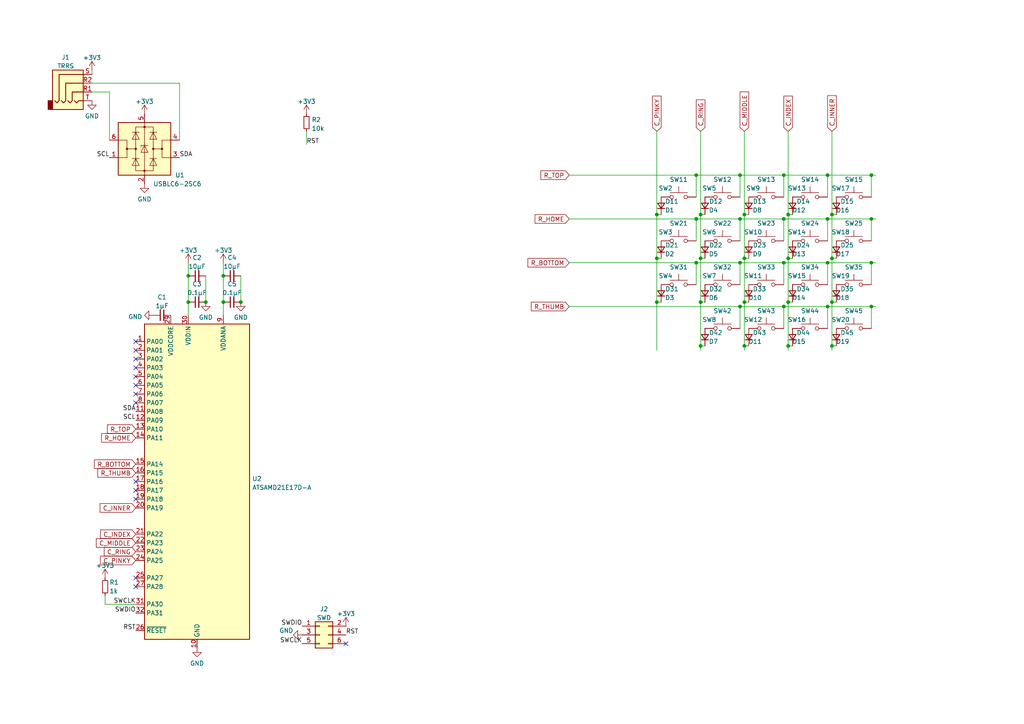
<source format=kicad_sch>
(kicad_sch (version 20211123) (generator eeschema)
  (paper "A4")
  (lib_symbols
    (symbol "Connector:AudioJack4"
      (property "Reference" "J" (at 0 8.89 0))
      (property "Value" "AudioJack4" (at 0 6.35 0))
      (symbol "AudioJack4_0_1"
        (rectangle (start -6.35 -5.08) (end -7.62 -7.62) (stroke (width 0.254)) (fill (type outline)))
        (polyline (pts (xy 0 -5.08) (xy 0.635 -5.715) (xy 1.27 -5.08) (xy 2.54 -5.08)) (stroke (width 0.254)))
        (polyline (pts (xy -5.715 -5.08) (xy -5.08 -5.715) (xy -4.445 -5.08) (xy -4.445 2.54) (xy 2.54 2.54)) (stroke (width 0.254)))
        (polyline (pts (xy -1.905 -5.08) (xy -1.27 -5.715) (xy -0.635 -5.08) (xy -0.635 -2.54) (xy 2.54 -2.54)) (stroke (width 0.254)))
        (polyline (pts (xy 2.54 0) (xy -2.54 0) (xy -2.54 -5.08) (xy -3.175 -5.715) (xy -3.81 -5.08)) (stroke (width 0.254)))
        (rectangle (start 2.54 3.81) (end -6.35 -7.62) (stroke (width 0.254)) (fill (type background)))
      )
      (symbol "AudioJack4_1_1"
        (pin passive line (at 5.08 -2.54 180) (length 2.54) (name "~") (number "R1"))
        (pin passive line (at 5.08 0 180) (length 2.54) (name "~") (number "R2"))
        (pin passive line (at 5.08 2.54 180) (length 2.54) (name "~") (number "S"))
        (pin passive line (at 5.08 -5.08 180) (length 2.54) (name "~") (number "T"))
      )
    )
    (symbol "Connector_Generic:Conn_02x03_Odd_Even" (pin_names (offset 1.016) hide)
      (property "Reference" "J" (at 1.27 5.08 0))
      (property "Value" "Conn_02x03_Odd_Even" (at 1.27 -5.08 0))
      (symbol "Conn_02x03_Odd_Even_1_1"
        (rectangle (start -1.27 -2.413) (end 0 -2.667) (stroke (width 0.1524)))
        (rectangle (start -1.27 0.127) (end 0 -0.127) (stroke (width 0.1524)))
        (rectangle (start -1.27 2.667) (end 0 2.413) (stroke (width 0.1524)))
        (rectangle (start -1.27 3.81) (end 3.81 -3.81) (stroke (width 0.254)) (fill (type background)))
        (rectangle (start 3.81 -2.413) (end 2.54 -2.667) (stroke (width 0.1524)))
        (rectangle (start 3.81 0.127) (end 2.54 -0.127) (stroke (width 0.1524)))
        (rectangle (start 3.81 2.667) (end 2.54 2.413) (stroke (width 0.1524)))
        (pin passive line (at -5.08 2.54 0) (length 3.81) (name "Pin_1") (number "1"))
        (pin passive line (at 7.62 2.54 180) (length 3.81) (name "Pin_2") (number "2"))
        (pin passive line (at -5.08 0 0) (length 3.81) (name "Pin_3") (number "3"))
        (pin passive line (at 7.62 0 180) (length 3.81) (name "Pin_4") (number "4"))
        (pin passive line (at -5.08 -2.54 0) (length 3.81) (name "Pin_5") (number "5"))
        (pin passive line (at 7.62 -2.54 180) (length 3.81) (name "Pin_6") (number "6"))
      )
    )
    (symbol "Device:C_Small" (pin_numbers hide) (pin_names (offset 0.254) hide)
      (property "Reference" "C" (at 0.254 1.778 0))
      (property "Value" "C_Small" (at 0.254 -2.032 0))
      (symbol "C_Small_0_1"
        (polyline (pts (xy -1.524 -0.508) (xy 1.524 -0.508)) (stroke (width 0.3302)))
        (polyline (pts (xy -1.524 0.508) (xy 1.524 0.508)) (stroke (width 0.3048)))
      )
      (symbol "C_Small_1_1"
        (pin passive line (at 0 2.54 270) (length 2.032) (name "~") (number "1"))
        (pin passive line (at 0 -2.54 90) (length 2.032) (name "~") (number "2"))
      )
    )
    (symbol "Device:D_Small" (pin_numbers hide) (pin_names (offset 0.254) hide)
      (property "Reference" "D" (at -1.27 2.032 0))
      (property "Value" "D_Small" (at -3.81 -2.032 0))
      (symbol "D_Small_0_1"
        (polyline (pts (xy -0.762 -1.016) (xy -0.762 1.016)) (stroke (width 0.254)))
        (polyline (pts (xy -0.762 0) (xy 0.762 0)))
        (polyline (pts (xy 0.762 -1.016) (xy -0.762 0) (xy 0.762 1.016) (xy 0.762 -1.016)) (stroke (width 0.254)))
      )
      (symbol "D_Small_1_1"
        (pin passive line (at -2.54 0 0) (length 1.778) (name "K") (number "1"))
        (pin passive line (at 2.54 0 180) (length 1.778) (name "A") (number "2"))
      )
    )
    (symbol "Device:R_Small" (pin_numbers hide) (pin_names (offset 0.254) hide)
      (property "Reference" "R" (at 0.762 0.508 0))
      (property "Value" "R_Small" (at 0.762 -1.016 0))
      (symbol "R_Small_0_1"
        (rectangle (start -0.762 1.778) (end 0.762 -1.778) (stroke (width 0.2032)))
      )
      (symbol "R_Small_1_1"
        (pin passive line (at 0 2.54 270) (length 0.762) (name "~") (number "1"))
        (pin passive line (at 0 -2.54 90) (length 0.762) (name "~") (number "2"))
      )
    )
    (symbol "MCU_Microchip_SAMD:ATSAMD21E17D-A"
      (property "Reference" "U" (at -13.97 46.99 0))
      (property "Value" "ATSAMD21E17D-A" (at 16.51 46.99 0))
      (symbol "ATSAMD21E17D-A_1_1"
        (rectangle (start -15.24 45.72) (end 15.24 -45.72) (stroke (width 0.254)) (fill (type background)))
        (pin bidirectional line (at -17.78 40.64 0) (length 2.54) (name "PA00") (number "1"))
        (pin power_in line (at 0 -48.26 90) (length 2.54) (name "GND") (number "10"))
        (pin bidirectional line (at -17.78 20.32 0) (length 2.54) (name "PA08") (number "11"))
        (pin bidirectional line (at -17.78 17.78 0) (length 2.54) (name "PA09") (number "12"))
        (pin bidirectional line (at -17.78 15.24 0) (length 2.54) (name "PA10") (number "13"))
        (pin bidirectional line (at -17.78 12.7 0) (length 2.54) (name "PA11") (number "14"))
        (pin bidirectional line (at -17.78 5.08 0) (length 2.54) (name "PA14") (number "15"))
        (pin bidirectional line (at -17.78 2.54 0) (length 2.54) (name "PA15") (number "16"))
        (pin bidirectional line (at -17.78 0 0) (length 2.54) (name "PA16") (number "17"))
        (pin bidirectional line (at -17.78 -2.54 0) (length 2.54) (name "PA17") (number "18"))
        (pin bidirectional line (at -17.78 -5.08 0) (length 2.54) (name "PA18") (number "19"))
        (pin bidirectional line (at -17.78 38.1 0) (length 2.54) (name "PA01") (number "2"))
        (pin bidirectional line (at -17.78 -7.62 0) (length 2.54) (name "PA19") (number "20"))
        (pin bidirectional line (at -17.78 -15.24 0) (length 2.54) (name "PA22") (number "21"))
        (pin bidirectional line (at -17.78 -17.78 0) (length 2.54) (name "PA23") (number "22"))
        (pin bidirectional line (at -17.78 -20.32 0) (length 2.54) (name "PA24") (number "23"))
        (pin bidirectional line (at -17.78 -22.86 0) (length 2.54) (name "PA25") (number "24"))
        (pin bidirectional line (at -17.78 -27.94 0) (length 2.54) (name "PA27") (number "25"))
        (pin input line (at -17.78 -43.18 0) (length 2.54) (name "~{RESET}") (number "26"))
        (pin bidirectional line (at -17.78 -30.48 0) (length 2.54) (name "PA28") (number "27"))
        (pin passive line (at 0 -48.26 90) (length 2.54) hide (name "GND") (number "28"))
        (pin power_out line (at -7.62 48.26 270) (length 2.54) (name "VDDCORE") (number "29"))
        (pin bidirectional line (at -17.78 35.56 0) (length 2.54) (name "PA02") (number "3"))
        (pin power_in line (at -2.54 48.26 270) (length 2.54) (name "VDDIN") (number "30"))
        (pin bidirectional line (at -17.78 -35.56 0) (length 2.54) (name "PA30") (number "31"))
        (pin bidirectional line (at -17.78 -38.1 0) (length 2.54) (name "PA31") (number "32"))
        (pin bidirectional line (at -17.78 33.02 0) (length 2.54) (name "PA03") (number "4"))
        (pin bidirectional line (at -17.78 30.48 0) (length 2.54) (name "PA04") (number "5"))
        (pin bidirectional line (at -17.78 27.94 0) (length 2.54) (name "PA05") (number "6"))
        (pin bidirectional line (at -17.78 25.4 0) (length 2.54) (name "PA06") (number "7"))
        (pin bidirectional line (at -17.78 22.86 0) (length 2.54) (name "PA07") (number "8"))
        (pin power_in line (at 7.62 48.26 270) (length 2.54) (name "VDDANA") (number "9"))
      )
    )
    (symbol "Power_Protection:USBLC6-2SC6" (pin_names hide)
      (property "Reference" "U" (at 2.54 8.89 0))
      (property "Value" "USBLC6-2SC6" (at 2.54 -8.89 0))
      (symbol "USBLC6-2SC6_0_1"
        (rectangle (start -7.62 -7.62) (end 7.62 7.62) (stroke (width 0.254)) (fill (type background)))
        (circle (center -5.08 0) (radius 0.254) (fill (type outline)))
        (circle (center -2.54 0) (radius 0.254) (fill (type outline)))
        (rectangle (start -2.54 6.35) (end 2.54 -6.35))
        (circle (center 0 -6.35) (radius 0.254) (fill (type outline)))
        (polyline (pts (xy -5.08 -2.54) (xy -7.62 -2.54)))
        (polyline (pts (xy -5.08 0) (xy -5.08 -2.54)))
        (polyline (pts (xy -5.08 2.54) (xy -7.62 2.54)))
        (polyline (pts (xy -1.524 -2.794) (xy -3.556 -2.794)))
        (polyline (pts (xy -1.524 4.826) (xy -3.556 4.826)))
        (polyline (pts (xy 0 -7.62) (xy 0 -6.35)))
        (polyline (pts (xy 0 -6.35) (xy 0 1.27)))
        (polyline (pts (xy 0 1.27) (xy 0 6.35)))
        (polyline (pts (xy 0 6.35) (xy 0 7.62)))
        (polyline (pts (xy 1.524 -2.794) (xy 3.556 -2.794)))
        (polyline (pts (xy 1.524 4.826) (xy 3.556 4.826)))
        (polyline (pts (xy 5.08 -2.54) (xy 7.62 -2.54)))
        (polyline (pts (xy 5.08 0) (xy 5.08 -2.54)))
        (polyline (pts (xy 5.08 2.54) (xy 7.62 2.54)))
        (polyline (pts (xy -2.54 0) (xy -5.08 0) (xy -5.08 2.54)))
        (polyline (pts (xy 2.54 0) (xy 5.08 0) (xy 5.08 2.54)))
        (polyline (pts (xy -3.556 -4.826) (xy -1.524 -4.826) (xy -2.54 -2.794) (xy -3.556 -4.826)))
        (polyline (pts (xy -3.556 2.794) (xy -1.524 2.794) (xy -2.54 4.826) (xy -3.556 2.794)))
        (polyline (pts (xy -1.016 -1.016) (xy 1.016 -1.016) (xy 0 1.016) (xy -1.016 -1.016)))
        (polyline (pts (xy 1.016 1.016) (xy 0.762 1.016) (xy -1.016 1.016) (xy -1.016 0.508)))
        (polyline (pts (xy 3.556 -4.826) (xy 1.524 -4.826) (xy 2.54 -2.794) (xy 3.556 -4.826)))
        (polyline (pts (xy 3.556 2.794) (xy 1.524 2.794) (xy 2.54 4.826) (xy 3.556 2.794)))
        (circle (center 0 6.35) (radius 0.254) (fill (type outline)))
        (circle (center 2.54 0) (radius 0.254) (fill (type outline)))
        (circle (center 5.08 0) (radius 0.254) (fill (type outline)))
      )
      (symbol "USBLC6-2SC6_1_1"
        (pin passive line (at -10.16 -2.54 0) (length 2.54) (name "I/O1") (number "1"))
        (pin passive line (at 0 -10.16 90) (length 2.54) (name "GND") (number "2"))
        (pin passive line (at 10.16 -2.54 180) (length 2.54) (name "I/O2") (number "3"))
        (pin passive line (at 10.16 2.54 180) (length 2.54) (name "I/O2") (number "4"))
        (pin passive line (at 0 10.16 270) (length 2.54) (name "VBUS") (number "5"))
        (pin passive line (at -10.16 2.54 0) (length 2.54) (name "I/O1") (number "6"))
      )
    )
    (symbol "Switch:SW_Push" (pin_numbers hide) (pin_names (offset 1.016) hide)
      (property "Reference" "SW" (at 1.27 2.54 0))
      (property "Value" "SW_Push" (at 0 -1.524 0))
      (symbol "SW_Push_0_1"
        (circle (center -2.032 0) (radius 0.508))
        (polyline (pts (xy 0 1.27) (xy 0 3.048)))
        (polyline (pts (xy 2.54 1.27) (xy -2.54 1.27)))
        (circle (center 2.032 0) (radius 0.508))
        (pin passive line (at -5.08 0 0) (length 2.54) (name "1") (number "1"))
        (pin passive line (at 5.08 0 180) (length 2.54) (name "2") (number "2"))
      )
    )
    (symbol "power:+3V3" (power) (pin_names (offset 0))
      (property "Value" "+3V3" (at 0 3.556 0))
      (symbol "+3V3_0_1"
        (polyline (pts (xy -0.762 1.27) (xy 0 2.54)))
        (polyline (pts (xy 0 0) (xy 0 2.54)))
        (polyline (pts (xy 0 2.54) (xy 0.762 1.27)))
      )
      (symbol "+3V3_1_1"
        (pin power_in line (at 0 0 90) (length 0) hide (name "+3V3") (number "1"))
      )
    )
    (symbol "power:GND" (power) (pin_names (offset 0))
      (property "Value" "GND" (at 0 -3.81 0))
      (symbol "GND_0_1"
        (polyline (pts (xy 0 0) (xy 0 -1.27) (xy 1.27 -1.27) (xy 0 -2.54) (xy -1.27 -1.27) (xy 0 -1.27)))
      )
      (symbol "GND_1_1"
        (pin power_in line (at 0 0 270) (length 0) hide (name "GND") (number "1"))
      )
    )
  )
  (junction (at 227.33 88.9))
  (junction (at 214.63 76.2))
  (junction (at 215.9 74.93))
  (junction (at 215.9 87.63))
  (junction (at 203.2 100.33))
  (junction (at 240.03 76.2))
  (junction (at 252.73 50.8))
  (junction (at 241.3 87.63))
  (junction (at 201.93 50.8))
  (junction (at 227.33 50.8))
  (junction (at 190.5 74.93))
  (junction (at 240.03 63.5))
  (junction (at 69.85 87.63))
  (junction (at 64.77 80.01))
  (junction (at 215.9 100.33))
  (junction (at 203.2 87.63))
  (junction (at 214.63 88.9))
  (junction (at 227.33 63.5))
  (junction (at 214.63 50.8))
  (junction (at 241.3 100.33))
  (junction (at 54.61 80.01))
  (junction (at 252.73 76.2))
  (junction (at 252.73 88.9))
  (junction (at 203.2 62.23))
  (junction (at 227.33 76.2))
  (junction (at 59.69 87.63))
  (junction (at 228.6 87.63))
  (junction (at 252.73 63.5))
  (junction (at 240.03 50.8))
  (junction (at 241.3 62.23))
  (junction (at 54.61 87.63))
  (junction (at 215.9 62.23))
  (junction (at 64.77 87.63))
  (junction (at 241.3 74.93))
  (junction (at 228.6 62.23))
  (junction (at 201.93 76.2))
  (junction (at 214.63 63.5))
  (junction (at 201.93 63.5))
  (junction (at 228.6 100.33))
  (junction (at 203.2 74.93))
  (junction (at 240.03 88.9))
  (junction (at 190.5 62.23))
  (junction (at 190.5 87.63))
  (junction (at 228.6 74.93))
  (no_connect (at 39.37 170.18))
  (no_connect (at 39.37 167.64))
  (no_connect (at 39.37 101.6))
  (no_connect (at 39.37 99.06))
  (no_connect (at 39.37 106.68))
  (no_connect (at 39.37 116.84))
  (no_connect (at 100.33 186.69))
  (no_connect (at 39.37 109.22))
  (no_connect (at 39.37 114.3))
  (no_connect (at 39.37 144.78))
  (no_connect (at 39.37 142.24))
  (no_connect (at 39.37 139.7))
  (no_connect (at 39.37 104.14))
  (no_connect (at 39.37 111.76))
  (wire (pts (xy 190.5 74.93) (xy 190.5 87.63)))
  (wire (pts (xy 241.3 74.93) (xy 241.3 87.63)))
  (wire (pts (xy 214.63 76.2) (xy 214.63 82.55)))
  (wire (pts (xy 190.5 87.63) (xy 190.5 101.6)))
  (wire (pts (xy 214.63 63.5) (xy 214.63 69.85)))
  (wire (pts (xy 31.75 26.67) (xy 31.75 40.64)))
  (wire (pts (xy 228.6 100.33) (xy 228.6 101.6)))
  (wire (pts (xy 228.6 74.93) (xy 228.6 87.63)))
  (wire (pts (xy 215.9 62.23) (xy 215.9 74.93)))
  (wire (pts (xy 228.6 87.63) (xy 228.6 100.33)))
  (wire (pts (xy 241.3 100.33) (xy 241.3 101.6)))
  (wire (pts (xy 241.3 87.63) (xy 241.3 100.33)))
  (wire (pts (xy 227.33 50.8) (xy 227.33 57.15)))
  (wire (pts (xy 201.93 76.2) (xy 201.93 82.55)))
  (wire (pts (xy 214.63 88.9) (xy 227.33 88.9)))
  (wire (pts (xy 240.03 88.9) (xy 252.73 88.9)))
  (wire (pts (xy 240.03 76.2) (xy 252.73 76.2)))
  (wire (pts (xy 165.1 50.8) (xy 201.93 50.8)))
  (wire (pts (xy 64.77 76.2) (xy 64.77 80.01)))
  (wire (pts (xy 215.9 62.23) (xy 217.17 62.23)))
  (wire (pts (xy 228.6 62.23) (xy 228.6 74.93)))
  (wire (pts (xy 54.61 76.2) (xy 54.61 80.01)))
  (wire (pts (xy 201.93 50.8) (xy 201.93 57.15)))
  (wire (pts (xy 240.03 50.8) (xy 252.73 50.8)))
  (wire (pts (xy 228.6 74.93) (xy 229.87 74.93)))
  (wire (pts (xy 252.73 76.2) (xy 252.73 82.55)))
  (wire (pts (xy 30.48 175.26) (xy 39.37 175.26)))
  (wire (pts (xy 26.67 20.32) (xy 26.67 21.59)))
  (wire (pts (xy 190.5 74.93) (xy 191.77 74.93)))
  (wire (pts (xy 228.6 100.33) (xy 229.87 100.33)))
  (wire (pts (xy 165.1 88.9) (xy 214.63 88.9)))
  (wire (pts (xy 54.61 87.63) (xy 54.61 91.44)))
  (wire (pts (xy 227.33 76.2) (xy 227.33 82.55)))
  (wire (pts (xy 215.9 87.63) (xy 217.17 87.63)))
  (wire (pts (xy 214.63 50.8) (xy 214.63 57.15)))
  (wire (pts (xy 203.2 62.23) (xy 204.47 62.23)))
  (wire (pts (xy 165.1 76.2) (xy 201.93 76.2)))
  (wire (pts (xy 215.9 87.63) (xy 215.9 100.33)))
  (wire (pts (xy 190.5 62.23) (xy 191.77 62.23)))
  (wire (pts (xy 59.69 80.01) (xy 59.69 87.63)))
  (wire (pts (xy 228.6 38.1) (xy 228.6 62.23)))
  (wire (pts (xy 227.33 76.2) (xy 240.03 76.2)))
  (wire (pts (xy 215.9 100.33) (xy 217.17 100.33)))
  (wire (pts (xy 30.48 172.72) (xy 30.48 175.26)))
  (wire (pts (xy 252.73 50.8) (xy 252.73 57.15)))
  (wire (pts (xy 252.73 50.8) (xy 254 50.8)))
  (wire (pts (xy 215.9 74.93) (xy 217.17 74.93)))
  (wire (pts (xy 203.2 74.93) (xy 204.47 74.93)))
  (wire (pts (xy 64.77 80.01) (xy 64.77 87.63)))
  (wire (pts (xy 203.2 87.63) (xy 204.47 87.63)))
  (wire (pts (xy 240.03 76.2) (xy 240.03 82.55)))
  (wire (pts (xy 215.9 38.1) (xy 215.9 62.23)))
  (wire (pts (xy 64.77 87.63) (xy 64.77 91.44)))
  (wire (pts (xy 227.33 50.8) (xy 240.03 50.8)))
  (wire (pts (xy 190.5 87.63) (xy 191.77 87.63)))
  (wire (pts (xy 26.67 24.13) (xy 52.07 24.13)))
  (wire (pts (xy 190.5 38.1) (xy 190.5 62.23)))
  (wire (pts (xy 240.03 63.5) (xy 252.73 63.5)))
  (wire (pts (xy 215.9 100.33) (xy 215.9 101.6)))
  (wire (pts (xy 201.93 50.8) (xy 214.63 50.8)))
  (wire (pts (xy 201.93 63.5) (xy 201.93 69.85)))
  (wire (pts (xy 240.03 50.8) (xy 240.03 57.15)))
  (wire (pts (xy 69.85 80.01) (xy 69.85 87.63)))
  (wire (pts (xy 214.63 76.2) (xy 227.33 76.2)))
  (wire (pts (xy 241.3 100.33) (xy 242.57 100.33)))
  (wire (pts (xy 252.73 63.5) (xy 254 63.5)))
  (wire (pts (xy 203.2 74.93) (xy 203.2 87.63)))
  (wire (pts (xy 241.3 74.93) (xy 242.57 74.93)))
  (wire (pts (xy 240.03 63.5) (xy 240.03 69.85)))
  (wire (pts (xy 252.73 88.9) (xy 252.73 95.25)))
  (wire (pts (xy 165.1 63.5) (xy 201.93 63.5)))
  (wire (pts (xy 227.33 88.9) (xy 240.03 88.9)))
  (wire (pts (xy 228.6 87.63) (xy 229.87 87.63)))
  (wire (pts (xy 190.5 62.23) (xy 190.5 74.93)))
  (wire (pts (xy 240.03 88.9) (xy 240.03 95.25)))
  (wire (pts (xy 241.3 87.63) (xy 242.57 87.63)))
  (wire (pts (xy 54.61 80.01) (xy 54.61 87.63)))
  (wire (pts (xy 228.6 62.23) (xy 229.87 62.23)))
  (wire (pts (xy 227.33 63.5) (xy 227.33 69.85)))
  (wire (pts (xy 227.33 88.9) (xy 227.33 95.25)))
  (wire (pts (xy 252.73 76.2) (xy 254 76.2)))
  (wire (pts (xy 201.93 76.2) (xy 214.63 76.2)))
  (wire (pts (xy 203.2 62.23) (xy 203.2 74.93)))
  (wire (pts (xy 215.9 74.93) (xy 215.9 87.63)))
  (wire (pts (xy 52.07 24.13) (xy 52.07 40.64)))
  (wire (pts (xy 252.73 63.5) (xy 252.73 69.85)))
  (wire (pts (xy 214.63 88.9) (xy 214.63 95.25)))
  (wire (pts (xy 88.9 38.1) (xy 88.9 41.91)))
  (wire (pts (xy 201.93 63.5) (xy 214.63 63.5)))
  (wire (pts (xy 252.73 88.9) (xy 254 88.9)))
  (wire (pts (xy 227.33 63.5) (xy 240.03 63.5)))
  (wire (pts (xy 203.2 100.33) (xy 203.2 101.6)))
  (wire (pts (xy 214.63 63.5) (xy 227.33 63.5)))
  (wire (pts (xy 26.67 26.67) (xy 31.75 26.67)))
  (wire (pts (xy 203.2 87.63) (xy 203.2 100.33)))
  (wire (pts (xy 241.3 62.23) (xy 241.3 74.93)))
  (wire (pts (xy 241.3 38.1) (xy 241.3 62.23)))
  (wire (pts (xy 203.2 38.1) (xy 203.2 62.23)))
  (wire (pts (xy 203.2 100.33) (xy 204.47 100.33)))
  (wire (pts (xy 214.63 50.8) (xy 227.33 50.8)))
  (wire (pts (xy 241.3 62.23) (xy 242.57 62.23)))
  (label "RST" (at 100.33 184.15 0))
  (label "SWDIO" (at 87.63 181.61 180))
  (label "SWCLK" (at 87.63 186.69 180))
  (label "SWCLK" (at 39.37 175.26 180))
  (label "SCL" (at 31.75 45.72 180))
  (label "RST" (at 39.37 182.88 180))
  (label "SWDIO" (at 39.37 177.8 180))
  (label "SDA" (at 39.37 119.38 180))
  (label "SCL" (at 39.37 121.92 180))
  (label "SDA" (at 52.07 45.72 0))
  (label "RST" (at 88.9 41.91 0))
  (global_label "R_HOME" (shape input) (at 165.1 63.5 180) (property "Intersheet References" "${INTERSHEET_REFS}" (effects hide)))
  (global_label "C_INNER" (shape input) (at 241.3 38.1 90) (property "Intersheet References" "${INTERSHEET_REFS}" (effects hide)))
  (global_label "R_TOP" (shape input) (at 39.37 124.46 180) (property "Intersheet References" "${INTERSHEET_REFS}" (effects hide)))
  (global_label "C_INNER" (shape input) (at 39.37 147.32 180) (property "Intersheet References" "${INTERSHEET_REFS}" (effects hide)))
  (global_label "R_THUMB" (shape input) (at 39.37 137.16 180) (property "Intersheet References" "${INTERSHEET_REFS}" (effects hide)))
  (global_label "R_BOTTOM" (shape input) (at 165.1 76.2 180) (property "Intersheet References" "${INTERSHEET_REFS}" (effects hide)))
  (global_label "C_RING" (shape input) (at 39.37 160.02 180) (property "Intersheet References" "${INTERSHEET_REFS}" (effects hide)))
  (global_label "C_INDEX" (shape input) (at 39.37 154.94 180) (property "Intersheet References" "${INTERSHEET_REFS}" (effects hide)))
  (global_label "R_THUMB" (shape input) (at 165.1 88.9 180) (property "Intersheet References" "${INTERSHEET_REFS}" (effects hide)))
  (global_label "C_INDEX" (shape input) (at 228.6 38.1 90) (property "Intersheet References" "${INTERSHEET_REFS}" (effects hide)))
  (global_label "C_PINKY" (shape input) (at 39.37 162.56 180) (property "Intersheet References" "${INTERSHEET_REFS}" (effects hide)))
  (global_label "C_RING" (shape input) (at 203.2 38.1 90) (property "Intersheet References" "${INTERSHEET_REFS}" (effects hide)))
  (global_label "C_PINKY" (shape input) (at 190.5 38.1 90) (property "Intersheet References" "${INTERSHEET_REFS}" (effects hide)))
  (global_label "C_MIDDLE" (shape input) (at 39.37 157.48 180) (property "Intersheet References" "${INTERSHEET_REFS}" (effects hide)))
  (global_label "R_HOME" (shape input) (at 39.37 127 180) (property "Intersheet References" "${INTERSHEET_REFS}" (effects hide)))
  (global_label "C_MIDDLE" (shape input) (at 215.9 38.1 90) (property "Intersheet References" "${INTERSHEET_REFS}" (effects hide)))
  (global_label "R_TOP" (shape input) (at 165.1 50.8 180) (property "Intersheet References" "${INTERSHEET_REFS}" (effects hide)))
  (global_label "R_BOTTOM" (shape input) (at 39.37 134.62 180) (property "Intersheet References" "${INTERSHEET_REFS}" (effects hide)))
  (symbol (lib_id "Device:D_Small") (at 242.57 59.69 90) (unit 1)
    (property "Reference" "D16" (at 246.38 60.96 90) (effects (justify left)))
    (property "Value" "D15" (at 247.65 58.42 90) (effects (justify left)))
    (property "Footprint" "1N4148:DIOAD829W49L456D191" (effects hide))
  )
  (symbol (lib_id "Device:D_Small") (at 229.87 97.79 90) (unit 1)
    (property "Reference" "D15" (at 233.68 99.06 90) (effects (justify left)))
    (property "Value" "D44" (at 234.95 96.52 90) (effects (justify left)))
    (property "Footprint" "1N4148:DIOAD829W49L456D191" (effects hide))
  )
  (symbol (lib_id "Device:C_Small") (at 57.15 87.63 90) (unit 1)
    (property "Reference" "C3" (at 57.1563 82.3681 90))
    (property "Value" "0.1µF" (at 57.1563 84.905 90))
    (property "Footprint" "Capacitor_SMD:C_0603_1608Metric_Pad1.08x0.95mm_HandSolder" (effects hide))
  )
  (symbol (lib_id "Device:D_Small") (at 217.17 72.39 90) (unit 1)
    (property "Reference" "D9" (at 220.98 73.66 90) (effects (justify left)))
    (property "Value" "D23" (at 222.25 71.12 90) (effects (justify left)))
    (property "Footprint" "1N4148:DIOAD829W49L456D191" (effects hide))
  )
  (symbol (lib_id "Device:C_Small") (at 67.31 87.63 90) (unit 1)
    (property "Reference" "C5" (at 67.3163 82.3681 90))
    (property "Value" "0.1µF" (at 67.3163 84.905 90))
    (property "Footprint" "Capacitor_SMD:C_0603_1608Metric_Pad1.08x0.95mm_HandSolder" (effects hide))
  )
  (symbol (lib_id "Device:D_Small") (at 191.77 85.09 90) (unit 1)
    (property "Reference" "D3" (at 195.58 86.36 90) (effects (justify left)))
    (property "Value" "D31" (at 196.85 83.82 90) (effects (justify left)))
    (property "Footprint" "1N4148:DIOAD829W49L456D191" (effects hide))
  )
  (symbol (lib_id "power:GND") (at 57.15 187.96 0) (unit 1)
    (property "Reference" "#PWR08" (effects hide))
    (property "Value" "GND" (at 57.15 192.4034 0))
  )
  (symbol (lib_id "Device:D_Small") (at 204.47 85.09 90) (unit 1)
    (property "Reference" "D6" (at 208.28 86.36 90) (effects (justify left)))
    (property "Value" "D32" (at 209.55 83.82 90) (effects (justify left)))
    (property "Footprint" "1N4148:DIOAD829W49L456D191" (effects hide))
  )
  (symbol (lib_id "Switch:SW_Push") (at 209.55 57.15 0) (unit 1)
    (property "Reference" "SW5" (at 205.74 54.61 0))
    (property "Value" "SW12" (at 209.55 52.07 0))
    (property "Footprint" "mbk:Choc-1u-solder" (effects hide))
  )
  (symbol (lib_id "power:+3V3") (at 41.91 33.02 0) (unit 1)
    (property "Reference" "#PWR04" (effects hide))
    (property "Value" "+3V3" (at 41.91 29.4442 0))
  )
  (symbol (lib_id "Switch:SW_Push") (at 209.55 95.25 0) (unit 1)
    (property "Reference" "SW8" (at 205.74 92.71 0))
    (property "Value" "SW42" (at 209.55 90.17 0))
    (property "Footprint" "mbk:Choc-1u-solder" (effects hide))
  )
  (symbol (lib_id "Power_Protection:USBLC6-2SC6") (at 41.91 43.18 0) (unit 1)
    (property "Reference" "U1" (at 50.8 50.8 0) (effects (justify left)))
    (property "Value" "USBLC6-2SC6" (at 44.45 53.34 0) (effects (justify left)))
    (property "Footprint" "Package_TO_SOT_SMD:SOT-23-6" (effects hide))
    (property "Datasheet" "https://www.st.com/resource/en/datasheet/usblc6-2.pdf" (effects hide))
  )
  (symbol (lib_id "power:GND") (at 41.91 53.34 0) (unit 1)
    (property "Reference" "#PWR05" (effects hide))
    (property "Value" "GND" (at 41.91 57.7834 0))
  )
  (symbol (lib_id "power:+3V3") (at 64.77 76.2 0) (unit 1)
    (property "Reference" "#PWR010" (effects hide))
    (property "Value" "+3V3" (at 64.77 72.6242 0))
  )
  (symbol (lib_id "Connector:AudioJack4") (at 21.59 24.13 0) (unit 1)
    (property "Reference" "J1" (at 19.05 16.6202 0))
    (property "Value" "TRRS" (at 19.05 19.1571 0))
    (property "Footprint" "pj320a:Jack_3.5mm_PJ320A_Horizontal" (effects hide))
  )
  (symbol (lib_id "Switch:SW_Push") (at 247.65 82.55 0) (unit 1)
    (property "Reference" "SW19" (at 243.84 80.01 0))
    (property "Value" "SW35" (at 247.65 77.47 0))
    (property "Footprint" "mbk:Choc-1u-solder" (effects hide))
  )
  (symbol (lib_id "power:GND") (at 26.67 29.21 0) (unit 1)
    (property "Reference" "#PWR02" (effects hide))
    (property "Value" "GND" (at 26.67 33.6534 0))
  )
  (symbol (lib_id "Switch:SW_Push") (at 222.25 57.15 0) (unit 1)
    (property "Reference" "SW9" (at 218.44 54.61 0))
    (property "Value" "SW13" (at 222.25 52.07 0))
    (property "Footprint" "mbk:Choc-1u-solder" (effects hide))
  )
  (symbol (lib_id "Device:D_Small") (at 242.57 97.79 90) (unit 1)
    (property "Reference" "D19" (at 246.38 99.06 90) (effects (justify left)))
    (property "Value" "D45" (at 247.65 96.52 90) (effects (justify left)))
    (property "Footprint" "1N4148:DIOAD829W49L456D191" (effects hide))
  )
  (symbol (lib_id "Switch:SW_Push") (at 247.65 57.15 0) (unit 1)
    (property "Reference" "SW17" (at 243.84 54.61 0))
    (property "Value" "SW15" (at 247.65 52.07 0))
    (property "Footprint" "mbk:Choc-1u-solder" (effects hide))
  )
  (symbol (lib_id "Switch:SW_Push") (at 234.95 95.25 0) (unit 1)
    (property "Reference" "SW16" (at 231.14 92.71 0))
    (property "Value" "SW44" (at 234.95 90.17 0))
    (property "Footprint" "mbk:Choc-1u-solder" (effects hide))
  )
  (symbol (lib_id "Device:C_Small") (at 46.99 91.44 90) (unit 1)
    (property "Reference" "C1" (at 46.9963 86.1781 90))
    (property "Value" "1µF" (at 46.9963 88.715 90))
    (property "Footprint" "Capacitor_SMD:C_0603_1608Metric_Pad1.08x0.95mm_HandSolder" (effects hide))
  )
  (symbol (lib_id "Switch:SW_Push") (at 196.85 82.55 0) (unit 1)
    (property "Reference" "SW4" (at 193.04 80.01 0))
    (property "Value" "SW31" (at 196.85 77.47 0))
    (property "Footprint" "mbk:Choc-1u-solder" (effects hide))
  )
  (symbol (lib_id "Switch:SW_Push") (at 234.95 57.15 0) (unit 1)
    (property "Reference" "SW13" (at 231.14 54.61 0))
    (property "Value" "SW14" (at 234.95 52.07 0))
    (property "Footprint" "mbk:Choc-1u-solder" (effects hide))
  )
  (symbol (lib_id "Device:D_Small") (at 191.77 72.39 90) (unit 1)
    (property "Reference" "D2" (at 195.58 73.66 90) (effects (justify left)))
    (property "Value" "D21" (at 196.85 71.12 90) (effects (justify left)))
    (property "Footprint" "1N4148:DIOAD829W49L456D191" (effects hide))
  )
  (symbol (lib_id "Device:C_Small") (at 57.15 80.01 90) (unit 1)
    (property "Reference" "C2" (at 57.1563 74.7481 90))
    (property "Value" "10µF" (at 57.1563 77.285 90))
    (property "Footprint" "Capacitor_SMD:C_0603_1608Metric_Pad1.08x0.95mm_HandSolder" (effects hide))
  )
  (symbol (lib_id "power:GND") (at 87.63 184.15 270) (unit 1)
    (property "Reference" "#PWR012" (effects hide))
    (property "Value" "GND" (at 85.09 182.88 90) (effects (justify right)))
  )
  (symbol (lib_id "Switch:SW_Push") (at 222.25 82.55 0) (unit 1)
    (property "Reference" "SW11" (at 218.44 80.01 0))
    (property "Value" "SW33" (at 222.25 77.47 0))
    (property "Footprint" "mbk:Choc-1u-solder" (effects hide))
  )
  (symbol (lib_id "Device:D_Small") (at 217.17 97.79 90) (unit 1)
    (property "Reference" "D11" (at 220.98 99.06 90) (effects (justify left)))
    (property "Value" "D43" (at 222.25 96.52 90) (effects (justify left)))
    (property "Footprint" "1N4148:DIOAD829W49L456D191" (effects hide))
  )
  (symbol (lib_id "power:+3V3") (at 26.67 20.32 0) (unit 1)
    (property "Reference" "#PWR01" (effects hide))
    (property "Value" "+3V3" (at 26.67 16.7442 0))
  )
  (symbol (lib_id "Device:D_Small") (at 229.87 72.39 90) (unit 1)
    (property "Reference" "D13" (at 233.68 73.66 90) (effects (justify left)))
    (property "Value" "D24" (at 234.95 71.12 90) (effects (justify left)))
    (property "Footprint" "1N4148:DIOAD829W49L456D191" (effects hide))
  )
  (symbol (lib_id "Switch:SW_Push") (at 247.65 69.85 0) (unit 1)
    (property "Reference" "SW18" (at 243.84 67.31 0))
    (property "Value" "SW25" (at 247.65 64.77 0))
    (property "Footprint" "mbk:Choc-1u-solder" (effects hide))
  )
  (symbol (lib_id "Device:D_Small") (at 191.77 59.69 90) (unit 1)
    (property "Reference" "D1" (at 195.58 60.96 90) (effects (justify left)))
    (property "Value" "D11" (at 196.85 58.42 90) (effects (justify left)))
    (property "Footprint" "1N4148:DIOAD829W49L456D191" (effects hide))
  )
  (symbol (lib_id "Connector_Generic:Conn_02x03_Odd_Even") (at 92.71 184.15 0) (unit 1)
    (property "Reference" "J2" (at 93.98 176.6402 0))
    (property "Value" "SWD" (at 93.98 179.1771 0))
    (property "Footprint" "Connector_PinHeader_1.27mm:PinHeader_2x03_P1.27mm_Vertical" (effects hide))
  )
  (symbol (lib_id "Switch:SW_Push") (at 234.95 69.85 0) (unit 1)
    (property "Reference" "SW14" (at 231.14 67.31 0))
    (property "Value" "SW24" (at 234.95 64.77 0))
    (property "Footprint" "mbk:Choc-1u-solder" (effects hide))
  )
  (symbol (lib_id "Switch:SW_Push") (at 209.55 82.55 0) (unit 1)
    (property "Reference" "SW7" (at 205.74 80.01 0))
    (property "Value" "SW32" (at 209.55 77.47 0))
    (property "Footprint" "mbk:Choc-1u-solder" (effects hide))
  )
  (symbol (lib_id "power:+3V3") (at 54.61 76.2 0) (unit 1)
    (property "Reference" "#PWR07" (effects hide))
    (property "Value" "+3V3" (at 54.61 72.6242 0))
  )
  (symbol (lib_id "Switch:SW_Push") (at 209.55 69.85 0) (unit 1)
    (property "Reference" "SW6" (at 205.74 67.31 0))
    (property "Value" "SW22" (at 209.55 64.77 0))
    (property "Footprint" "mbk:Choc-1u-solder" (effects hide))
  )
  (symbol (lib_id "Switch:SW_Push") (at 196.85 69.85 0) (unit 1)
    (property "Reference" "SW3" (at 193.04 67.31 0))
    (property "Value" "SW21" (at 196.85 64.77 0))
    (property "Footprint" "mbk:Choc-1u-solder" (effects hide))
  )
  (symbol (lib_id "power:+3V3") (at 88.9 33.02 0) (unit 1)
    (property "Reference" "#PWR013" (effects hide))
    (property "Value" "+3V3" (at 88.9 29.4442 0))
  )
  (symbol (lib_id "Device:D_Small") (at 204.47 72.39 90) (unit 1)
    (property "Reference" "D5" (at 208.28 73.66 90) (effects (justify left)))
    (property "Value" "D22" (at 209.55 71.12 90) (effects (justify left)))
    (property "Footprint" "1N4148:DIOAD829W49L456D191" (effects hide))
  )
  (symbol (lib_id "Device:D_Small") (at 204.47 59.69 90) (unit 1)
    (property "Reference" "D4" (at 208.28 60.96 90) (effects (justify left)))
    (property "Value" "D12" (at 209.55 58.42 90) (effects (justify left)))
    (property "Footprint" "1N4148:DIOAD829W49L456D191" (effects hide))
  )
  (symbol (lib_id "Device:C_Small") (at 67.31 80.01 90) (unit 1)
    (property "Reference" "C4" (at 67.3163 74.7481 90))
    (property "Value" "10µF" (at 67.3163 77.285 90))
    (property "Footprint" "Capacitor_SMD:C_0603_1608Metric_Pad1.08x0.95mm_HandSolder" (effects hide))
  )
  (symbol (lib_id "Device:D_Small") (at 217.17 85.09 90) (unit 1)
    (property "Reference" "D10" (at 220.98 86.36 90) (effects (justify left)))
    (property "Value" "D33" (at 222.25 83.82 90) (effects (justify left)))
    (property "Footprint" "1N4148:DIOAD829W49L456D191" (effects hide))
  )
  (symbol (lib_id "Device:R_Small") (at 30.48 170.18 0) (unit 1)
    (property "Reference" "R1" (at 31.75 168.91 0) (effects (justify left)))
    (property "Value" "1k" (at 31.75 171.45 0) (effects (justify left)))
    (property "Footprint" "Resistor_SMD:R_0402_1005Metric_Pad0.72x0.64mm_HandSolder" (effects hide))
  )
  (symbol (lib_id "Switch:SW_Push") (at 196.85 57.15 0) (unit 1)
    (property "Reference" "SW2" (at 193.04 54.61 0))
    (property "Value" "SW11" (at 196.85 52.07 0))
    (property "Footprint" "mbk:Choc-1u-solder" (effects hide))
  )
  (symbol (lib_id "Device:D_Small") (at 229.87 59.69 90) (unit 1)
    (property "Reference" "D12" (at 233.68 60.96 90) (effects (justify left)))
    (property "Value" "D14" (at 234.95 58.42 90) (effects (justify left)))
    (property "Footprint" "1N4148:DIOAD829W49L456D191" (effects hide))
  )
  (symbol (lib_id "Device:R_Small") (at 88.9 35.56 180) (unit 1)
    (property "Reference" "R2" (at 90.3986 34.7253 0) (effects (justify right)))
    (property "Value" "10k" (at 90.3986 37.2622 0) (effects (justify right)))
    (property "Footprint" "Resistor_SMD:R_0402_1005Metric_Pad0.72x0.64mm_HandSolder" (effects hide))
  )
  (symbol (lib_id "Device:D_Small") (at 217.17 59.69 90) (unit 1)
    (property "Reference" "D8" (at 220.98 60.96 90) (effects (justify left)))
    (property "Value" "D13" (at 222.25 58.42 90) (effects (justify left)))
    (property "Footprint" "1N4148:DIOAD829W49L456D191" (effects hide))
  )
  (symbol (lib_id "power:GND") (at 69.85 87.63 0) (unit 1)
    (property "Reference" "#PWR011" (effects hide))
    (property "Value" "GND" (at 69.85 92.0734 0))
  )
  (symbol (lib_id "Device:D_Small") (at 242.57 72.39 90) (unit 1)
    (property "Reference" "D17" (at 246.38 73.66 90) (effects (justify left)))
    (property "Value" "D25" (at 247.65 71.12 90) (effects (justify left)))
    (property "Footprint" "1N4148:DIOAD829W49L456D191" (effects hide))
  )
  (symbol (lib_id "Switch:SW_Push") (at 247.65 95.25 0) (unit 1)
    (property "Reference" "SW20" (at 243.84 92.71 0))
    (property "Value" "SW45" (at 247.65 90.17 0))
    (property "Footprint" "mbk:Choc-1u-solder" (effects hide))
  )
  (symbol (lib_id "power:+3V3") (at 100.33 181.61 0) (unit 1)
    (property "Reference" "#PWR015" (effects hide))
    (property "Value" "+3V3" (at 100.33 178.0055 0))
  )
  (symbol (lib_id "Device:D_Small") (at 204.47 97.79 90) (unit 1)
    (property "Reference" "D7" (at 208.28 99.06 90) (effects (justify left)))
    (property "Value" "D42" (at 209.55 96.52 90) (effects (justify left)))
    (property "Footprint" "1N4148:DIOAD829W49L456D191" (effects hide))
  )
  (symbol (lib_id "power:+3V3") (at 30.48 167.64 0) (unit 1)
    (property "Reference" "#PWR03" (effects hide))
    (property "Value" "+3V3" (at 30.48 164.0355 0))
  )
  (symbol (lib_id "power:GND") (at 44.45 91.44 270) (unit 1)
    (property "Reference" "#PWR06" (effects hide))
    (property "Value" "GND" (at 41.2751 91.8738 90) (effects (justify right)))
  )
  (symbol (lib_id "Switch:SW_Push") (at 222.25 69.85 0) (unit 1)
    (property "Reference" "SW10" (at 218.44 67.31 0))
    (property "Value" "SW23" (at 222.25 64.77 0))
    (property "Footprint" "mbk:Choc-1u-solder" (effects hide))
  )
  (symbol (lib_id "Switch:SW_Push") (at 222.25 95.25 0) (unit 1)
    (property "Reference" "SW12" (at 218.44 92.71 0))
    (property "Value" "SW43" (at 222.25 90.17 0))
    (property "Footprint" "mbk:Choc-1u-solder" (effects hide))
  )
  (symbol (lib_id "power:GND") (at 59.69 87.63 0) (unit 1)
    (property "Reference" "#PWR09" (effects hide))
    (property "Value" "GND" (at 59.69 92.0734 0))
  )
  (symbol (lib_id "Switch:SW_Push") (at 234.95 82.55 0) (unit 1)
    (property "Reference" "SW15" (at 231.14 80.01 0))
    (property "Value" "SW34" (at 234.95 77.47 0))
    (property "Footprint" "mbk:Choc-1u-solder" (effects hide))
  )
  (symbol (lib_id "MCU_Microchip_SAMD:ATSAMD21E17D-A") (at 57.15 139.7 0) (unit 1)
    (property "Reference" "U2" (at 73.152 138.8653 0) (effects (justify left)))
    (property "Value" "ATSAMD21E17D-A" (at 73.152 141.4022 0) (effects (justify left)))
    (property "Footprint" "Package_QFP:TQFP-32_7x7mm_P0.8mm" (effects hide))
    (property "Datasheet" "http://ww1.microchip.com/downloads/en/DeviceDoc/SAM_D21_DA1_Family_Data%20Sheet_DS40001882E.pdf" (effects hide))
  )
  (symbol (lib_id "Device:D_Small") (at 229.87 85.09 90) (unit 1)
    (property "Reference" "D14" (at 233.68 86.36 90) (effects (justify left)))
    (property "Value" "D34" (at 234.95 83.82 90) (effects (justify left)))
    (property "Footprint" "1N4148:DIOAD829W49L456D191" (effects hide))
  )
  (symbol (lib_id "Device:D_Small") (at 242.57 85.09 90) (unit 1)
    (property "Reference" "D18" (at 246.38 86.36 90) (effects (justify left)))
    (property "Value" "D35" (at 247.65 83.82 90) (effects (justify left)))
    (property "Footprint" "1N4148:DIOAD829W49L456D191" (effects hide))
  )
)
</source>
